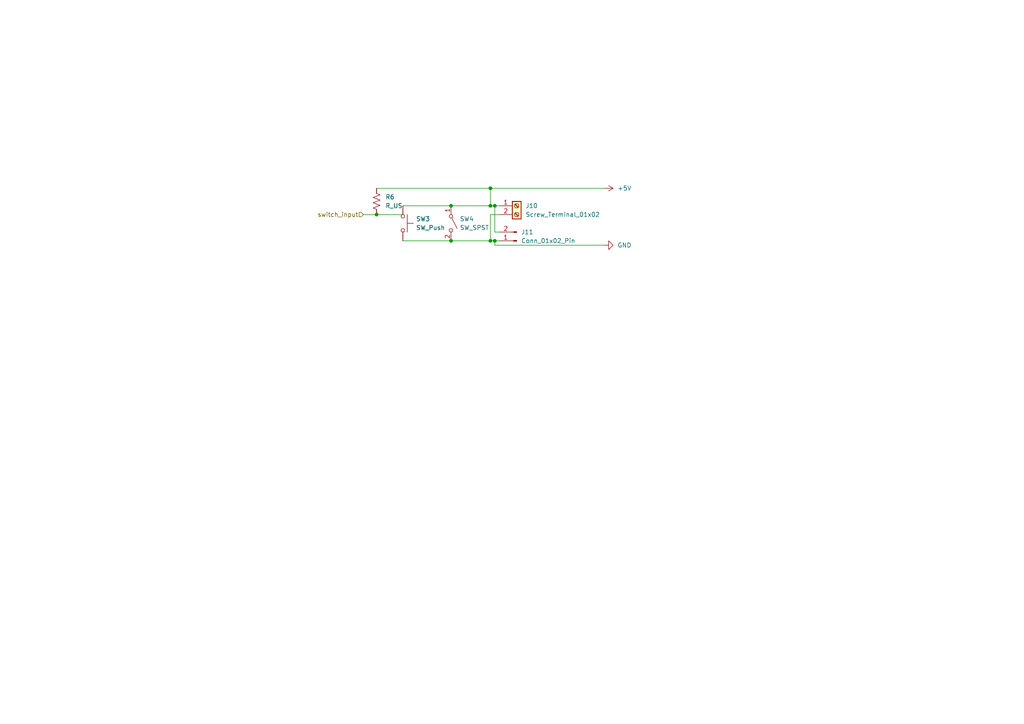
<source format=kicad_sch>
(kicad_sch (version 20230121) (generator eeschema)
  (paper "A4")
  (lib_symbols
    (symbol "Connector:Conn_01x02_Pin" (pin_names (offset 1.016) hide)
      (property "Reference" "J" (at 0 2.54 0))
      (property "Value" "Conn_01x02_Pin" (at 0 -5.08 0))
      (symbol "Conn_01x02_Pin_1_1"
        (polyline (pts (xy 1.27 -2.54) (xy 0.8636 -2.54)) (stroke (width 0.1524)))
        (polyline (pts (xy 1.27 0) (xy 0.8636 0)) (stroke (width 0.1524)))
        (rectangle (start 0.8636 -2.413) (end 0 -2.667) (stroke (width 0.1524)) (fill (type outline)))
        (rectangle (start 0.8636 0.127) (end 0 -0.127) (stroke (width 0.1524)) (fill (type outline)))
        (pin passive line (at 5.08 0 180) (length 3.81) (name "Pin_1") (number "1"))
        (pin passive line (at 5.08 -2.54 180) (length 3.81) (name "Pin_2") (number "2"))
      )
    )
    (symbol "Connector:Screw_Terminal_01x02" (pin_names (offset 1.016) hide)
      (property "Reference" "J" (at 0 2.54 0))
      (property "Value" "Screw_Terminal_01x02" (at 0 -5.08 0))
      (symbol "Screw_Terminal_01x02_1_1"
        (rectangle (start -1.27 1.27) (end 1.27 -3.81) (stroke (width 0.254)) (fill (type background)))
        (circle (center 0 -2.54) (radius 0.635) (stroke (width 0.1524)))
        (polyline (pts (xy -0.5334 -2.2098) (xy 0.3302 -3.048)) (stroke (width 0.1524)))
        (polyline (pts (xy -0.5334 0.3302) (xy 0.3302 -0.508)) (stroke (width 0.1524)))
        (polyline (pts (xy -0.3556 -2.032) (xy 0.508 -2.8702)) (stroke (width 0.1524)))
        (polyline (pts (xy -0.3556 0.508) (xy 0.508 -0.3302)) (stroke (width 0.1524)))
        (circle (center 0 0) (radius 0.635) (stroke (width 0.1524)))
        (pin passive line (at -5.08 0 0) (length 3.81) (name "Pin_1") (number "1"))
        (pin passive line (at -5.08 -2.54 0) (length 3.81) (name "Pin_2") (number "2"))
      )
    )
    (symbol "Device:R_US" (pin_numbers hide) (pin_names (offset 0))
      (property "Reference" "R" (at 2.54 0 90))
      (property "Value" "R_US" (at -2.54 0 90))
      (symbol "R_US_0_1"
        (polyline (pts (xy 0 -2.286) (xy 0 -2.54)))
        (polyline (pts (xy 0 2.286) (xy 0 2.54)))
        (polyline (pts (xy 0 -0.762) (xy 1.016 -1.143) (xy 0 -1.524) (xy -1.016 -1.905) (xy 0 -2.286)))
        (polyline (pts (xy 0 0.762) (xy 1.016 0.381) (xy 0 0) (xy -1.016 -0.381) (xy 0 -0.762)))
        (polyline (pts (xy 0 2.286) (xy 1.016 1.905) (xy 0 1.524) (xy -1.016 1.143) (xy 0 0.762)))
      )
      (symbol "R_US_1_1"
        (pin passive line (at 0 3.81 270) (length 1.27) (name "~") (number "1"))
        (pin passive line (at 0 -3.81 90) (length 1.27) (name "~") (number "2"))
      )
    )
    (symbol "Switch:SW_Push" (pin_numbers hide) (pin_names (offset 1.016) hide)
      (property "Reference" "SW" (at 1.27 2.54 0))
      (property "Value" "SW_Push" (at 0 -1.524 0))
      (symbol "SW_Push_0_1"
        (circle (center -2.032 0) (radius 0.508))
        (polyline (pts (xy 0 1.27) (xy 0 3.048)))
        (polyline (pts (xy 2.54 1.27) (xy -2.54 1.27)))
        (circle (center 2.032 0) (radius 0.508))
        (pin passive line (at -5.08 0 0) (length 2.54) (name "1") (number "1"))
        (pin passive line (at 5.08 0 180) (length 2.54) (name "2") (number "2"))
      )
    )
    (symbol "Switch:SW_SPST" (pin_names (offset 0) hide)
      (property "Reference" "SW" (at 0 3.175 0))
      (property "Value" "SW_SPST" (at 0 -2.54 0))
      (symbol "SW_SPST_0_0"
        (circle (center -2.032 0) (radius 0.508))
        (polyline (pts (xy -1.524 0.254) (xy 1.524 1.778)))
        (circle (center 2.032 0) (radius 0.508))
      )
      (symbol "SW_SPST_1_1"
        (pin passive line (at -5.08 0 0) (length 2.54) (name "A") (number "1"))
        (pin passive line (at 5.08 0 180) (length 2.54) (name "B") (number "2"))
      )
    )
    (symbol "power:+5V" (power) (pin_names (offset 0))
      (property "Value" "+5V" (at 0 3.556 0))
      (symbol "+5V_0_1"
        (polyline (pts (xy -0.762 1.27) (xy 0 2.54)))
        (polyline (pts (xy 0 0) (xy 0 2.54)))
        (polyline (pts (xy 0 2.54) (xy 0.762 1.27)))
      )
      (symbol "+5V_1_1"
        (pin power_in line (at 0 0 90) (length 0) hide (name "+5V") (number "1"))
      )
    )
    (symbol "power:GND" (power) (pin_names (offset 0))
      (property "Value" "GND" (at 0 -3.81 0))
      (symbol "GND_0_1"
        (polyline (pts (xy 0 0) (xy 0 -1.27) (xy 1.27 -1.27) (xy 0 -2.54) (xy -1.27 -1.27) (xy 0 -1.27)))
      )
      (symbol "GND_1_1"
        (pin power_in line (at 0 0 270) (length 0) hide (name "GND") (number "1"))
      )
    )
  )
  (junction (at 142.24 59.69))
  (junction (at 143.51 59.69))
  (junction (at 143.51 69.85))
  (junction (at 142.24 69.85))
  (junction (at 130.81 69.85))
  (junction (at 130.81 59.69))
  (junction (at 142.24 54.61))
  (junction (at 109.22 62.23))
  (wire (pts (xy 130.81 69.85) (xy 142.24 69.85)))
  (wire (pts (xy 142.24 69.85) (xy 143.51 69.85)))
  (wire (pts (xy 116.84 69.85) (xy 130.81 69.85)))
  (wire (pts (xy 109.22 54.61) (xy 142.24 54.61)))
  (wire (pts (xy 130.81 59.69) (xy 142.24 59.69)))
  (wire (pts (xy 142.24 62.23) (xy 144.78 62.23)))
  (wire (pts (xy 143.51 69.85) (xy 144.78 69.85)))
  (wire (pts (xy 105.41 62.23) (xy 109.22 62.23)))
  (wire (pts (xy 116.84 59.69) (xy 130.81 59.69)))
  (wire (pts (xy 143.51 59.69) (xy 144.78 59.69)))
  (wire (pts (xy 142.24 59.69) (xy 143.51 59.69)))
  (wire (pts (xy 143.51 71.12) (xy 175.26 71.12)))
  (wire (pts (xy 142.24 54.61) (xy 175.26 54.61)))
  (wire (pts (xy 142.24 54.61) (xy 142.24 59.69)))
  (wire (pts (xy 142.24 69.85) (xy 142.24 62.23)))
  (wire (pts (xy 143.51 59.69) (xy 143.51 67.31)))
  (wire (pts (xy 143.51 69.85) (xy 143.51 71.12)))
  (wire (pts (xy 143.51 67.31) (xy 144.78 67.31)))
  (wire (pts (xy 109.22 62.23) (xy 116.84 62.23)))
  (hierarchical_label "switch_input" (shape input) (at 105.41 62.23 180))
  (symbol (lib_id "Switch:SW_Push") (at 116.84 64.77 270) (unit 1)
    (property "Reference" "SW3" (at 120.65 63.5 90) (effects (justify left)))
    (property "Value" "SW_Push" (at 120.65 66.04 90) (effects (justify left)))
    (instances (project "ClawMachine" (path "" (reference "SW3") (unit 1)) (path "" (reference "SW21") (unit 1)) (path "" (reference "SW23") (unit 1)) (path "" (reference "SW27") (unit 1)) (path "" (reference "SW25") (unit 1)) (path "" (reference "SW34") (unit 1)) (path "" (reference "SW36") (unit 1)) (path "" (reference "SW40") (unit 1)) (path "" (reference "SW38") (unit 1)) (path "" (reference "SW44") (unit 1)) (path "" (reference "SW42") (unit 1))))
  )
  (symbol (lib_id "power:GND") (at 175.26 71.12 90) (unit 1)
    (property "Reference" "#PWR08" (effects hide))
    (property "Value" "GND" (at 179.07 71.12 90) (effects (justify right)))
    (instances (project "ClawMachine" (path "" (reference "#PWR08") (unit 1)) (path "" (reference "#PWR020") (unit 1)) (path "" (reference "#PWR024") (unit 1)) (path "" (reference "#PWR022") (unit 1)) (path "" (reference "#PWR026") (unit 1)) (path "" (reference "#PWR028") (unit 1)) (path "" (reference "#PWR032") (unit 1)) (path "" (reference "#PWR030") (unit 1)) (path "" (reference "#PWR036") (unit 1)) (path "" (reference "#PWR034") (unit 1))))
  )
  (symbol (lib_id "Device:R_US") (at 109.22 58.42 180) (unit 1)
    (property "Reference" "R6" (at 111.76 57.15 0) (effects (justify right)))
    (property "Value" "R_US" (at 111.76 59.69 0) (effects (justify right)))
    (instances (project "ClawMachine" (path "" (reference "R6") (unit 1)) (path "" (reference "R15") (unit 1)) (path "" (reference "R16") (unit 1)) (path "" (reference "R18") (unit 1)) (path "" (reference "R17") (unit 1)) (path "" (reference "R19") (unit 1)) (path "" (reference "R20") (unit 1)) (path "" (reference "R27") (unit 1)) (path "" (reference "R26") (unit 1)) (path "" (reference "R29") (unit 1)) (path "" (reference "R28") (unit 1))))
  )
  (symbol (lib_id "Switch:SW_SPST") (at 130.81 64.77 270) (unit 1)
    (property "Reference" "SW4" (at 133.35 63.5 90) (effects (justify left)))
    (property "Value" "SW_SPST" (at 133.35 66.04 90) (effects (justify left)))
    (instances (project "ClawMachine" (path "" (reference "SW4") (unit 1)) (path "" (reference "SW22") (unit 1)) (path "" (reference "SW24") (unit 1)) (path "" (reference "SW33") (unit 1)) (path "" (reference "SW26") (unit 1)) (path "" (reference "SW35") (unit 1)) (path "" (reference "SW37") (unit 1)) (path "" (reference "SW41") (unit 1)) (path "" (reference "SW39") (unit 1)) (path "" (reference "SW45") (unit 1)) (path "" (reference "SW43") (unit 1))))
  )
  (symbol (lib_id "power:+5V") (at 175.26 54.61 270) (unit 1)
    (property "Reference" "#PWR07" (effects hide))
    (property "Value" "+5V" (at 179.07 54.61 90) (effects (justify left)))
    (instances (project "ClawMachine" (path "" (reference "#PWR07") (unit 1)) (path "" (reference "#PWR019") (unit 1)) (path "" (reference "#PWR023") (unit 1)) (path "" (reference "#PWR021") (unit 1)) (path "" (reference "#PWR025") (unit 1)) (path "" (reference "#PWR027") (unit 1)) (path "" (reference "#PWR031") (unit 1)) (path "" (reference "#PWR029") (unit 1)) (path "" (reference "#PWR035") (unit 1)) (path "" (reference "#PWR033") (unit 1))))
  )
  (symbol (lib_id "Connector:Screw_Terminal_01x02") (at 149.86 59.69 0) (unit 1)
    (property "Reference" "J10" (at 152.4 59.69 0) (effects (justify left)))
    (property "Value" "Screw_Terminal_01x02" (at 152.4 62.23 0) (effects (justify left)))
    (instances (project "ClawMachine" (path "" (reference "J10") (unit 1)) (path "" (reference "J28") (unit 1)) (path "" (reference "J30") (unit 1)) (path "" (reference "J37") (unit 1)) (path "" (reference "J32") (unit 1)) (path "" (reference "J44") (unit 1)) (path "" (reference "J46") (unit 1)) (path "" (reference "J50") (unit 1)) (path "" (reference "J48") (unit 1)) (path "" (reference "J54") (unit 1)) (path "" (reference "J52") (unit 1))))
  )
  (symbol (lib_id "Connector:Conn_01x02_Pin") (at 149.86 69.85 180) (unit 1)
    (property "Reference" "J11" (at 151.13 67.31 0) (effects (justify right)))
    (property "Value" "Conn_01x02_Pin" (at 151.13 69.85 0) (effects (justify right)))
    (instances (project "ClawMachine" (path "" (reference "J11") (unit 1)) (path "" (reference "J29") (unit 1)) (path "" (reference "J31") (unit 1)) (path "" (reference "J43") (unit 1)) (path "" (reference "J36") (unit 1)) (path "" (reference "J45") (unit 1)) (path "" (reference "J47") (unit 1)) (path "" (reference "J51") (unit 1)) (path "" (reference "J49") (unit 1)) (path "" (reference "J55") (unit 1)) (path "" (reference "J53") (unit 1))))
  )
)
</source>
